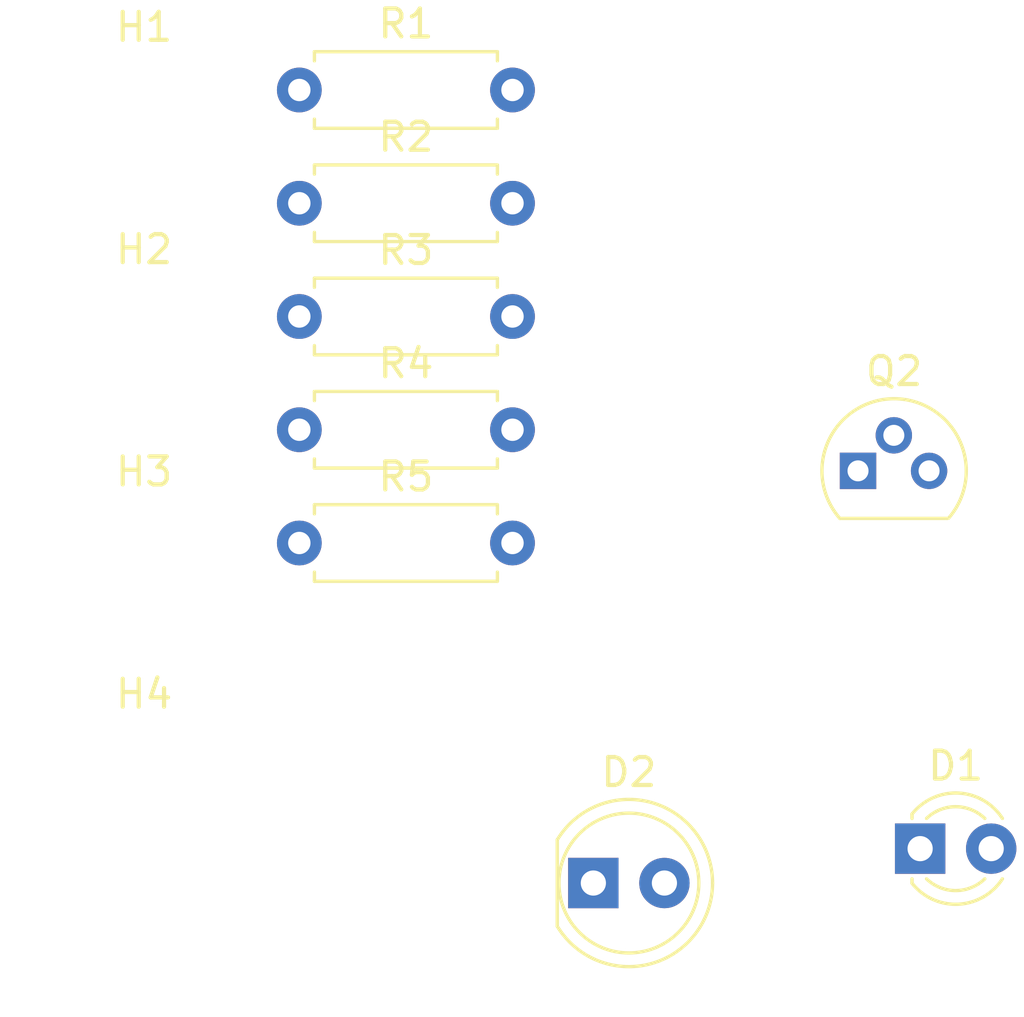
<source format=kicad_pcb>
(kicad_pcb (version 20240108) (generator "pcbnew") (generator_version "8.0")
  (layers (0 "F.Cu" signal) (31 "B.Cu" signal) (34 "B.Paste" user) (35 "F.Paste" user) (36 "B.SilkS" user "B.Silkscreen") (37 "F.SilkS" user "F.Silkscreen") (38 "B.Mask" user) (39 "F.Mask" user) (44 "Edge.Cuts" user))
  (net 0 "")
  (net 1 "+5V")
  (net 2 "Net-(D1-K)")
  (net 3 "Net-(D2-A)")
  (net 4 "Net-(D2-K)")
  (net 5 "Net-(Q2-B)")
  (net 6 "GND")
  (net 7 "Net-(U1-E-A)")
  (net 8 "DETECT")
  (footprint "Resistor_THT:R_Axial_DIN0207_L6.3mm_D2.5mm_P7.62mm_Horizontal" (layer "F.Cu") (at 114.33 64.49)
    (property "Reference" "R1" (at 3.81 -2.37 0) (layer "F.SilkS"))
    (property "Value" "150")
    (fp_line (start 0.54 -1.37) (end 7.08 -1.37) (stroke (width 0.12)) (layer "F.SilkS"))
    (fp_line (start 0.54 -1.04) (end 0.54 -1.37) (stroke (width 0.12)) (layer "F.SilkS"))
    (fp_line (start 0.54 1.04) (end 0.54 1.37) (stroke (width 0.12)) (layer "F.SilkS"))
    (fp_line (start 0.54 1.37) (end 7.08 1.37) (stroke (width 0.12)) (layer "F.SilkS"))
    (fp_line (start 7.08 -1.37) (end 7.08 -1.04) (stroke (width 0.12)) (layer "F.SilkS"))
    (fp_line (start 7.08 1.37) (end 7.08 1.04) (stroke (width 0.12)) (layer "F.SilkS"))
    (pad "1" thru_hole circle (at 0 0) (size 1.6 1.6) (drill 0.8) (layers "*.Cu" "*.Mask") (net 1 "+5V"))
    (pad "2" thru_hole oval (at 7.62 0) (size 1.6 1.6) (drill 0.8) (layers "*.Cu" "*.Mask") (net 7 "Net-(U1-E-A)"))
  )
  (footprint "Resistor_THT:R_Axial_DIN0207_L6.3mm_D2.5mm_P7.62mm_Horizontal" (layer "F.Cu") (at 114.33 72.59)
    (property "Reference" "R3" (at 3.81 -2.37 0) (layer "F.SilkS"))
    (property "Value" "4.7k")
    (fp_line (start 0.54 -1.37) (end 7.08 -1.37) (stroke (width 0.12)) (layer "F.SilkS"))
    (fp_line (start 0.54 -1.04) (end 0.54 -1.37) (stroke (width 0.12)) (layer "F.SilkS"))
    (fp_line (start 0.54 1.04) (end 0.54 1.37) (stroke (width 0.12)) (layer "F.SilkS"))
    (fp_line (start 0.54 1.37) (end 7.08 1.37) (stroke (width 0.12)) (layer "F.SilkS"))
    (fp_line (start 7.08 -1.37) (end 7.08 -1.04) (stroke (width 0.12)) (layer "F.SilkS"))
    (fp_line (start 7.08 1.37) (end 7.08 1.04) (stroke (width 0.12)) (layer "F.SilkS"))
    (pad "1" thru_hole circle (at 0 0) (size 1.6 1.6) (drill 0.8) (layers "*.Cu" "*.Mask") (net 1 "+5V"))
    (pad "2" thru_hole oval (at 7.62 0) (size 1.6 1.6) (drill 0.8) (layers "*.Cu" "*.Mask") (net 8 "DETECT"))
  )
  (footprint "Resistor_THT:R_Axial_DIN0207_L6.3mm_D2.5mm_P7.62mm_Horizontal" (layer "F.Cu") (at 114.33 76.64)
    (property "Reference" "R4" (at 3.81 -2.37 0) (layer "F.SilkS"))
    (property "Value" "4.7k")
    (fp_line (start 0.54 -1.37) (end 7.08 -1.37) (stroke (width 0.12)) (layer "F.SilkS"))
    (fp_line (start 0.54 -1.04) (end 0.54 -1.37) (stroke (width 0.12)) (layer "F.SilkS"))
    (fp_line (start 0.54 1.04) (end 0.54 1.37) (stroke (width 0.12)) (layer "F.SilkS"))
    (fp_line (start 0.54 1.37) (end 7.08 1.37) (stroke (width 0.12)) (layer "F.SilkS"))
    (fp_line (start 7.08 -1.37) (end 7.08 -1.04) (stroke (width 0.12)) (layer "F.SilkS"))
    (fp_line (start 7.08 1.37) (end 7.08 1.04) (stroke (width 0.12)) (layer "F.SilkS"))
    (pad "1" thru_hole circle (at 0 0) (size 1.6 1.6) (drill 0.8) (layers "*.Cu" "*.Mask") (net 8 "DETECT"))
    (pad "2" thru_hole oval (at 7.62 0) (size 1.6 1.6) (drill 0.8) (layers "*.Cu" "*.Mask") (net 5 "Net-(Q2-B)"))
  )
  (footprint "MountingHole:MountingHole_3.2mm_M3" (layer "F.Cu") (at 108.78 74.39)
    (property "Reference" "H2" (at 0 -4.2 0) (layer "F.SilkS"))
    (property "Value" "MountingHole")
    (pad "" np_thru_hole circle (at 0 0) (size 3.2 3.2) (drill 3.2) (layers "*.Cu" "*.Mask"))
  )
  (footprint "MountingHole:MountingHole_3.2mm_M3" (layer "F.Cu") (at 108.78 82.34)
    (property "Reference" "H3" (at 0 -4.2 0) (layer "F.SilkS"))
    (property "Value" "MountingHole")
    (pad "" np_thru_hole circle (at 0 0) (size 3.2 3.2) (drill 3.2) (layers "*.Cu" "*.Mask"))
  )
  (footprint "Resistor_THT:R_Axial_DIN0207_L6.3mm_D2.5mm_P7.62mm_Horizontal" (layer "F.Cu") (at 114.33 68.54)
    (property "Reference" "R2" (at 3.81 -2.37 0) (layer "F.SilkS"))
    (property "Value" "2.2k")
    (fp_line (start 0.54 -1.37) (end 7.08 -1.37) (stroke (width 0.12)) (layer "F.SilkS"))
    (fp_line (start 0.54 -1.04) (end 0.54 -1.37) (stroke (width 0.12)) (layer "F.SilkS"))
    (fp_line (start 0.54 1.04) (end 0.54 1.37) (stroke (width 0.12)) (layer "F.SilkS"))
    (fp_line (start 0.54 1.37) (end 7.08 1.37) (stroke (width 0.12)) (layer "F.SilkS"))
    (fp_line (start 7.08 -1.37) (end 7.08 -1.04) (stroke (width 0.12)) (layer "F.SilkS"))
    (fp_line (start 7.08 1.37) (end 7.08 1.04) (stroke (width 0.12)) (layer "F.SilkS"))
    (pad "1" thru_hole circle (at 0 0) (size 1.6 1.6) (drill 0.8) (layers "*.Cu" "*.Mask") (net 2 "Net-(D1-K)"))
    (pad "2" thru_hole oval (at 7.62 0) (size 1.6 1.6) (drill 0.8) (layers "*.Cu" "*.Mask") (net 6 "GND"))
  )
  (footprint "LED_THT:LED_D3.0mm_Clear" (layer "F.Cu") (at 136.52 91.62)
    (property "Reference" "D1" (at 1.27 -2.96 0) (layer "F.SilkS"))
    (property "Value" "LED")
    (fp_line (start -0.29 -1.236) (end -0.29 -1.08) (stroke (width 0.12)) (layer "F.SilkS"))
    (fp_line (start -0.29 1.08) (end -0.29 1.236) (stroke (width 0.12)) (layer "F.SilkS"))
    (fp_arc (start -0.29 -1.235516) (mid 1.365624 -1.987701) (end 2.941397 -1.080061) (stroke (width 0.12)) (layer "F.SilkS"))
    (fp_arc (start 0.229039 -1.08) (mid 1.269965 -1.5) (end 2.31091 -1.080049) (stroke (width 0.12)) (layer "F.SilkS"))
    (fp_arc (start 2.31091 1.080049) (mid 1.269965 1.5) (end 0.229039 1.08) (stroke (width 0.12)) (layer "F.SilkS"))
    (fp_arc (start 2.941397 1.080061) (mid 1.365624 1.987701) (end -0.29 1.235516) (stroke (width 0.12)) (layer "F.SilkS"))
    (pad "1" thru_hole rect (at 0 0) (size 1.8 1.8) (drill 0.9) (layers "*.Cu" "*.Mask") (net 2 "Net-(D1-K)"))
    (pad "2" thru_hole circle (at 2.54 0) (size 1.8 1.8) (drill 0.9) (layers "*.Cu" "*.Mask") (net 1 "+5V"))
  )
  (footprint "MountingHole:MountingHole_3.2mm_M3" (layer "F.Cu") (at 108.78 66.44)
    (property "Reference" "H1" (at 0 -4.2 0) (layer "F.SilkS"))
    (property "Value" "MountingHole")
    (pad "" np_thru_hole circle (at 0 0) (size 3.2 3.2) (drill 3.2) (layers "*.Cu" "*.Mask"))
  )
  (footprint "Resistor_THT:R_Axial_DIN0207_L6.3mm_D2.5mm_P7.62mm_Horizontal" (layer "F.Cu") (at 114.33 80.69)
    (property "Reference" "R5" (at 3.81 -2.37 0) (layer "F.SilkS"))
    (property "Value" "1k")
    (fp_line (start 0.54 -1.37) (end 7.08 -1.37) (stroke (width 0.12)) (layer "F.SilkS"))
    (fp_line (start 0.54 -1.04) (end 0.54 -1.37) (stroke (width 0.12)) (layer "F.SilkS"))
    (fp_line (start 0.54 1.04) (end 0.54 1.37) (stroke (width 0.12)) (layer "F.SilkS"))
    (fp_line (start 0.54 1.37) (end 7.08 1.37) (stroke (width 0.12)) (layer "F.SilkS"))
    (fp_line (start 7.08 -1.37) (end 7.08 -1.04) (stroke (width 0.12)) (layer "F.SilkS"))
    (fp_line (start 7.08 1.37) (end 7.08 1.04) (stroke (width 0.12)) (layer "F.SilkS"))
    (pad "1" thru_hole circle (at 0 0) (size 1.6 1.6) (drill 0.8) (layers "*.Cu" "*.Mask") (net 1 "+5V"))
    (pad "2" thru_hole oval (at 7.62 0) (size 1.6 1.6) (drill 0.8) (layers "*.Cu" "*.Mask") (net 3 "Net-(D2-A)"))
  )
  (footprint "MountingHole:MountingHole_3.2mm_M3" (layer "F.Cu") (at 108.78 90.29)
    (property "Reference" "H4" (at 0 -4.2 0) (layer "F.SilkS"))
    (property "Value" "MountingHole")
    (pad "" np_thru_hole circle (at 0 0) (size 3.2 3.2) (drill 3.2) (layers "*.Cu" "*.Mask"))
  )
  (footprint "Package_TO_SOT_THT:TO-92L" (layer "F.Cu") (at 134.3 78.11)
    (property "Reference" "Q2" (at 1.29 -3.56 0) (layer "F.SilkS"))
    (property "Value" "BC547")
    (fp_line (start -0.65 1.7) (end 3.2 1.7) (stroke (width 0.12)) (layer "F.SilkS"))
    (fp_arc (start -0.65 1.7) (mid 1.283448 -2.579449) (end 3.238611 1.690122) (stroke (width 0.12)) (layer "F.SilkS"))
    (pad "1" thru_hole rect (at 0 0) (size 1.3 1.3) (drill 0.75) (layers "*.Cu" "*.Mask") (net 4 "Net-(D2-K)"))
    (pad "2" thru_hole circle (at 1.28 -1.27) (size 1.3 1.3) (drill 0.75) (layers "*.Cu" "*.Mask") (net 5 "Net-(Q2-B)"))
    (pad "3" thru_hole circle (at 2.54 0) (size 1.3 1.3) (drill 0.75) (layers "*.Cu" "*.Mask") (net 6 "GND"))
  )
  (footprint "LED_THT:LED_D5.0mm" (layer "F.Cu") (at 124.84 92.85)
    (property "Reference" "D2" (at 1.27 -3.96 0) (layer "F.SilkS"))
    (property "Value" "LED")
    (fp_line (start -1.29 -1.545) (end -1.29 1.545) (stroke (width 0.12)) (layer "F.SilkS"))
    (fp_arc (start -1.29 -1.54483) (mid 2.071756 -2.880501) (end 4.26 -0.000048) (stroke (width 0.12)) (layer "F.SilkS"))
    (fp_arc (start 4.26 0.000048) (mid 2.071756 2.880501) (end -1.29 1.54483) (stroke (width 0.12)) (layer "F.SilkS"))
    (fp_circle (center 1.27 0) (end 3.77 0) (stroke (width 0.12)) (fill none) (layer "F.SilkS"))
    (pad "1" thru_hole rect (at 0 0) (size 1.8 1.8) (drill 0.9) (layers "*.Cu" "*.Mask") (net 4 "Net-(D2-K)"))
    (pad "2" thru_hole circle (at 2.54 0) (size 1.8 1.8) (drill 0.9) (layers "*.Cu" "*.Mask") (net 3 "Net-(D2-A)"))
  )
)
</source>
